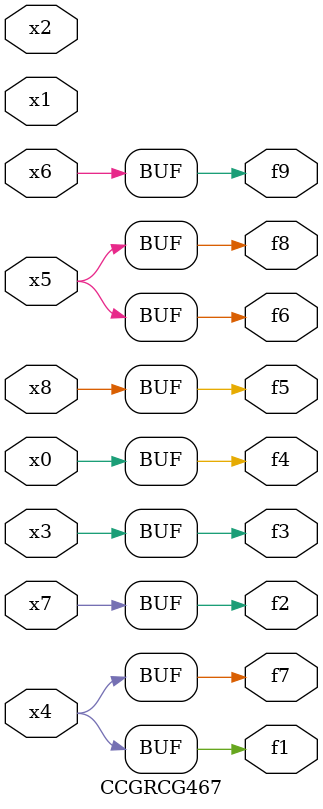
<source format=v>
module CCGRCG467(
	input x0, x1, x2, x3, x4, x5, x6, x7, x8,
	output f1, f2, f3, f4, f5, f6, f7, f8, f9
);
	assign f1 = x4;
	assign f2 = x7;
	assign f3 = x3;
	assign f4 = x0;
	assign f5 = x8;
	assign f6 = x5;
	assign f7 = x4;
	assign f8 = x5;
	assign f9 = x6;
endmodule

</source>
